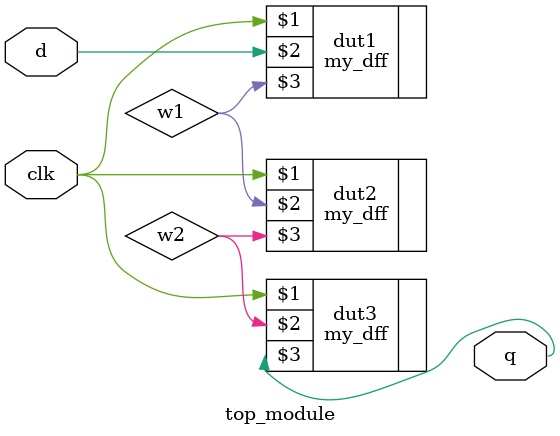
<source format=v>
module top_module ( input clk, input d, output q );
    wire w1,w2;
    my_dff dut1(clk , d , w1);
    my_dff dut2(clk , w1,w2);
    my_dff dut3(clk , w2 , q);

endmodule

</source>
